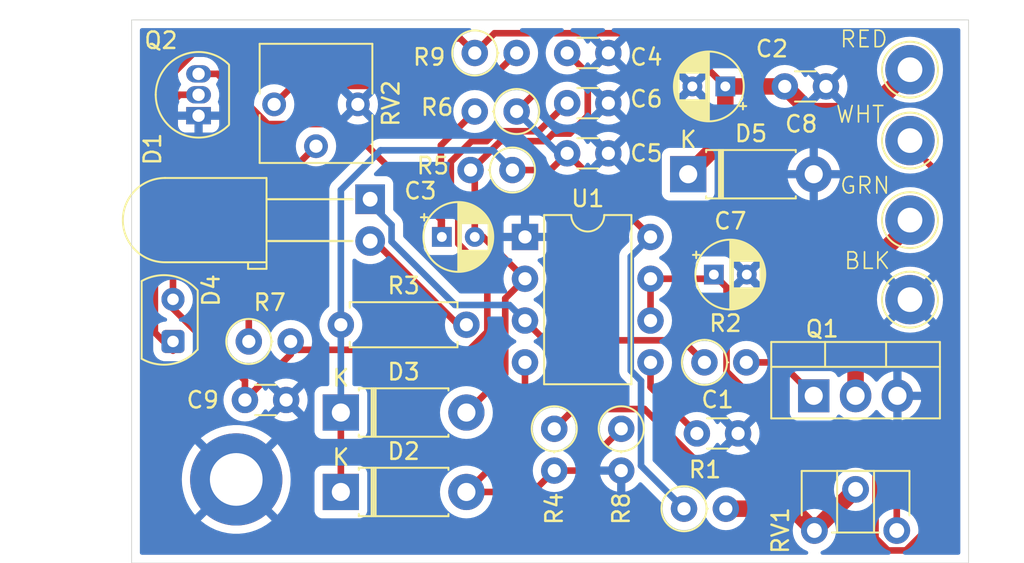
<source format=kicad_pcb>
(kicad_pcb (version 20240108) (generator "pcbnew") (generator_version "8.0")
  (layers (0 "F.Cu" signal) (31 "B.Cu" signal) (34 "B.Paste" user) (35 "F.Paste" user) (36 "B.SilkS" user "B.Silkscreen") (37 "F.SilkS" user "F.Silkscreen") (38 "B.Mask" user) (39 "F.Mask" user) (44 "Edge.Cuts" user))
  (net 0 "")
  (net 1 "Net-(D2-A)")
  (net 2 "Net-(D3-A)")
  (net 3 "Net-(D4-A)")
  (net 4 "GND")
  (net 5 "Net-(Q1-B)")
  (net 6 "Net-(Q2-D)")
  (net 7 "Net-(U1-CV)")
  (net 8 "Net-(D1-K)")
  (net 9 "Net-(U1-DIS)")
  (net 10 "Net-(R1-Pad2)")
  (net 11 "Net-(D1-A)")
  (net 12 "ENABLE")
  (net 13 "+12V")
  (net 14 "OUT")
  (net 15 "Net-(R7-Pad1)")
  (net 16 "Net-(R9-Pad2)")
  (footprint "Resistor_THT:R_Axial_DIN0207_L6.3mm_D2.5mm_P2.54mm_Vertical" (layer "F.Cu") (at 83.566 68.834)
    (property "Reference" "R7" (at 1.27 -2.37 0) (layer "F.SilkS"))
    (property "Value" "1M")
    (pad "1" thru_hole circle (at 0 0) (size 1.6 1.6) (drill 0.8) (layers "*.Cu" "*.Mask") (net 15 "Net-(R7-Pad1)"))
    (pad "2" thru_hole oval (at 2.54 0) (size 1.6 1.6) (drill 0.8) (layers "*.Cu" "*.Mask") (net 3 "Net-(D4-A)"))
  )
  (footprint "Capacitor_THT:C_Disc_D3.0mm_W1.6mm_P2.50mm" (layer "F.Cu") (at 83.332 72.39)
    (property "Reference" "C9" (at -2.56 0 0) (layer "F.SilkS"))
    (property "Value" "470p")
    (pad "1" thru_hole circle (at 0 0) (size 1.6 1.6) (drill 0.8) (layers "*.Cu" "*.Mask") (net 3 "Net-(D4-A)"))
    (pad "2" thru_hole circle (at 2.5 0) (size 1.6 1.6) (drill 0.8) (layers "*.Cu" "*.Mask") (net 4 "GND"))
  )
  (footprint "Resistor_THT:R_Axial_DIN0207_L6.3mm_D2.5mm_P2.54mm_Vertical" (layer "F.Cu") (at 111.223 70.104)
    (property "Reference" "R2" (at 1.27 -2.37 0) (layer "F.SilkS"))
    (property "Value" "100")
    (pad "1" thru_hole circle (at 0 0) (size 1.6 1.6) (drill 0.8) (layers "*.Cu" "*.Mask") (net 8 "Net-(D1-K)"))
    (pad "2" thru_hole oval (at 2.54 0) (size 1.6 1.6) (drill 0.8) (layers "*.Cu" "*.Mask") (net 5 "Net-(Q1-B)"))
  )
  (footprint "OptoDevice:Osram_SFH225" (layer "F.Cu") (at 78.965 68.834 90)
    (property "Reference" "D4" (at 3.103 2.315 90) (layer "F.SilkS"))
    (property "Value" "BPW41N")
    (pad "1" thru_hole roundrect (at 0 0 90) (size 1.4 1.4) (drill 0.7) (layers "*.Cu" "*.Mask") (roundrect_rratio 0.178) (net 13 "+12V"))
    (pad "2" thru_hole circle (at 2.56 0 90) (size 1.4 1.4) (drill 0.7) (layers "*.Cu" "*.Mask") (net 3 "Net-(D4-A)"))
  )
  (footprint "Diode_THT:D_DO-41_SOD81_P7.62mm_Horizontal" (layer "F.Cu") (at 89.154 73.152)
    (property "Reference" "D3" (at 3.81 -2.47 0) (layer "F.SilkS"))
    (property "Value" "SB140")
    (fp_text user "K" (at 0 -2.1 0) (layer "F.SilkS"))
    (pad "1" thru_hole rect (at 0 0) (size 2.2 2.2) (drill 1.1) (layers "*.Cu" "*.Mask") (net 13 "+12V"))
    (pad "2" thru_hole oval (at 7.62 0) (size 2.2 2.2) (drill 1.1) (layers "*.Cu" "*.Mask") (net 2 "Net-(D3-A)"))
  )
  (footprint "Resistor_THT:R_Axial_DIN0207_L6.3mm_D2.5mm_P2.54mm_Vertical" (layer "F.Cu") (at 109.982 78.994)
    (property "Reference" "R1" (at 1.27 -2.37 0) (layer "F.SilkS"))
    (property "Value" "47k")
    (pad "1" thru_hole circle (at 0 0) (size 1.6 1.6) (drill 0.8) (layers "*.Cu" "*.Mask") (net 13 "+12V"))
    (pad "2" thru_hole oval (at 2.54 0) (size 1.6 1.6) (drill 0.8) (layers "*.Cu" "*.Mask") (net 10 "Net-(R1-Pad2)"))
  )
  (footprint "Package_DIP:DIP-8_W7.62mm" (layer "F.Cu") (at 100.33 62.484)
    (property "Reference" "U1" (at 3.81 -2.33 0) (layer "F.SilkS"))
    (property "Value" "NE555D")
    (pad "1" thru_hole rect (at 0 0) (size 1.6 1.6) (drill 0.8) (layers "*.Cu" "*.Mask") (net 4 "GND"))
    (pad "2" thru_hole oval (at 0 2.54) (size 1.6 1.6) (drill 0.8) (layers "*.Cu" "*.Mask") (net 2 "Net-(D3-A)"))
    (pad "3" thru_hole oval (at 0 5.08) (size 1.6 1.6) (drill 0.8) (layers "*.Cu" "*.Mask") (net 8 "Net-(D1-K)"))
    (pad "4" thru_hole oval (at 0 7.62) (size 1.6 1.6) (drill 0.8) (layers "*.Cu" "*.Mask") (net 1 "Net-(D2-A)"))
    (pad "5" thru_hole oval (at 7.62 7.62) (size 1.6 1.6) (drill 0.8) (layers "*.Cu" "*.Mask") (net 7 "Net-(U1-CV)"))
    (pad "6" thru_hole oval (at 7.62 5.08) (size 1.6 1.6) (drill 0.8) (layers "*.Cu" "*.Mask") (net 9 "Net-(U1-DIS)"))
    (pad "7" thru_hole oval (at 7.62 2.54) (size 1.6 1.6) (drill 0.8) (layers "*.Cu" "*.Mask") (net 9 "Net-(U1-DIS)"))
    (pad "8" thru_hole oval (at 7.62 0) (size 1.6 1.6) (drill 0.8) (layers "*.Cu" "*.Mask") (net 13 "+12V"))
  )
  (footprint "Diode_THT:D_DO-41_SOD81_P7.62mm_Horizontal" (layer "F.Cu") (at 110.236 58.674)
    (property "Reference" "D5" (at 3.81 -2.47 360) (layer "F.SilkS"))
    (property "Value" "1N4004")
    (fp_text user "K" (at 0 -2.1 360) (layer "F.SilkS"))
    (pad "1" thru_hole rect (at 0 0) (size 2.2 2.2) (drill 1.1) (layers "*.Cu" "*.Mask") (net 13 "+12V"))
    (pad "2" thru_hole oval (at 7.62 0) (size 2.2 2.2) (drill 1.1) (layers "*.Cu" "*.Mask") (net 4 "GND"))
  )
  (footprint "Capacitor_THT:CP_Radial_D4.0mm_P2.00mm" (layer "F.Cu") (at 95.282 62.484)
    (property "Reference" "C3" (at -1.302 -2.794 0) (layer "F.SilkS"))
    (property "Value" "10u")
    (pad "1" thru_hole rect (at 0 0) (size 1.2 1.2) (drill 0.6) (layers "*.Cu" "*.Mask") (net 6 "Net-(Q2-D)"))
    (pad "2" thru_hole circle (at 2 0) (size 1.2 1.2) (drill 0.6) (layers "*.Cu" "*.Mask") (net 2 "Net-(D3-A)"))
  )
  (footprint "TestPoint:TestPoint_Loop_D2.54mm_Drill1.5mm_Beaded" (layer "F.Cu") (at 123.698 52.324)
    (property "Reference" "H1" (hide yes))
    (property "Value" "MountingHole_Pad")
    (pad "1" thru_hole circle (at 0 0) (size 3 3) (drill 1.5) (layers "*.Cu" "*.Mask") (net 13 "+12V"))
  )
  (footprint "Potentiometer_THT:Potentiometer_Vishay_T73YP_Vertical" (layer "F.Cu") (at 85.105 54.431 -90)
    (property "Reference" "RV2" (at -0.06 -7.09 90) (layer "F.SilkS"))
    (property "Value" "100k")
    (pad "1" thru_hole circle (at 0 0 270) (size 1.44 1.44) (drill 0.8) (layers "*.Cu" "*.Mask") (net 16 "Net-(R9-Pad2)"))
    (pad "2" thru_hole circle (at 2.54 -2.54 270) (size 1.44 1.44) (drill 0.8) (layers "*.Cu" "*.Mask") (net 15 "Net-(R7-Pad1)"))
    (pad "3" thru_hole circle (at 0 -5.08 270) (size 1.44 1.44) (drill 0.8) (layers "*.Cu" "*.Mask") (net 4 "GND"))
  )
  (footprint "Resistor_THT:R_Axial_DIN0207_L6.3mm_D2.5mm_P7.62mm_Horizontal" (layer "F.Cu") (at 89.154 67.818)
    (property "Reference" "R3" (at 3.81 -2.37 0) (layer "F.SilkS"))
    (property "Value" "560")
    (pad "1" thru_hole circle (at 0 0) (size 1.6 1.6) (drill 0.8) (layers "*.Cu" "*.Mask") (net 13 "+12V"))
    (pad "2" thru_hole oval (at 7.62 0) (size 1.6 1.6) (drill 0.8) (layers "*.Cu" "*.Mask") (net 11 "Net-(D1-A)"))
  )
  (footprint "Capacitor_THT:CP_Radial_D4.0mm_P2.00mm" (layer "F.Cu") (at 111.792 64.77)
    (property "Reference" "C7" (at 1 -3.25 0) (layer "F.SilkS"))
    (property "Value" "100u")
    (pad "1" thru_hole rect (at 0 0) (size 1.2 1.2) (drill 0.6) (layers "*.Cu" "*.Mask") (net 9 "Net-(U1-DIS)"))
    (pad "2" thru_hole circle (at 2 0) (size 1.2 1.2) (drill 0.6) (layers "*.Cu" "*.Mask") (net 4 "GND"))
  )
  (footprint "Capacitor_THT:C_Disc_D3.0mm_W1.6mm_P2.50mm" (layer "F.Cu") (at 102.89 51.308)
    (property "Reference" "C4" (at 4.806 0.254 0) (layer "F.SilkS"))
    (property "Value" "10n")
    (pad "1" thru_hole circle (at 0 0) (size 1.6 1.6) (drill 0.8) (layers "*.Cu" "*.Mask") (net 2 "Net-(D3-A)"))
    (pad "2" thru_hole circle (at 2.5 0) (size 1.6 1.6) (drill 0.8) (layers "*.Cu" "*.Mask") (net 4 "GND"))
  )
  (footprint "TestPoint:TestPoint_Loop_D2.54mm_Drill1.5mm_Beaded" (layer "F.Cu") (at 123.698 66.294)
    (property "Reference" "H4" (hide yes))
    (property "Value" "OUT")
    (pad "1" thru_hole circle (at 0 0) (size 3 3) (drill 1.5) (layers "*.Cu" "*.Mask") (net 4 "GND"))
  )
  (footprint "Resistor_THT:R_Axial_DIN0207_L6.3mm_D2.5mm_P2.54mm_Vertical" (layer "F.Cu") (at 106.172 74.139 -90)
    (property "Reference" "R8" (at 4.855 0 90) (layer "F.SilkS"))
    (property "Value" "1k")
    (pad "1" thru_hole circle (at 0 0 270) (size 1.6 1.6) (drill 0.8) (layers "*.Cu" "*.Mask") (net 1 "Net-(D2-A)"))
    (pad "2" thru_hole oval (at 2.54 0 270) (size 1.6 1.6) (drill 0.8) (layers "*.Cu" "*.Mask") (net 4 "GND"))
  )
  (footprint "Capacitor_THT:C_Disc_D3.0mm_W1.6mm_P2.50mm" (layer "F.Cu") (at 102.89 57.404)
    (property "Reference" "C5" (at 4.806 0 0) (layer "F.SilkS"))
    (property "Value" "100n")
    (pad "1" thru_hole circle (at 0 0) (size 1.6 1.6) (drill 0.8) (layers "*.Cu" "*.Mask") (net 13 "+12V"))
    (pad "2" thru_hole circle (at 2.5 0) (size 1.6 1.6) (drill 0.8) (layers "*.Cu" "*.Mask") (net 4 "GND"))
  )
  (footprint "Capacitor_THT:C_Disc_D3.0mm_W1.6mm_P2.50mm" (layer "F.Cu") (at 110.764 74.422)
    (property "Reference" "C1" (at 1.25 -2.05 0) (layer "F.SilkS"))
    (property "Value" "10n")
    (pad "1" thru_hole circle (at 0 0) (size 1.6 1.6) (drill 0.8) (layers "*.Cu" "*.Mask") (net 7 "Net-(U1-CV)"))
    (pad "2" thru_hole circle (at 2.5 0) (size 1.6 1.6) (drill 0.8) (layers "*.Cu" "*.Mask") (net 4 "GND"))
  )
  (footprint "TestPoint:TestPoint_Loop_D2.54mm_Drill1.5mm_Beaded" (layer "F.Cu") (at 123.698 61.462332)
    (property "Reference" "H3" (hide yes))
    (property "Value" "OUT")
    (pad "1" thru_hole circle (at 0 0) (size 3 3) (drill 1.5) (layers "*.Cu" "*.Mask") (net 14 "OUT"))
  )
  (footprint "Package_TO_SOT_THT:TO-220-3_Vertical" (layer "F.Cu") (at 117.856 72.136)
    (property "Reference" "Q1" (at 0.508 -4.064 0) (layer "F.SilkS"))
    (property "Value" "TIP41")
    (pad "1" thru_hole rect (at 0 0) (size 1.905 2) (drill 1.1) (layers "*.Cu" "*.Mask") (net 5 "Net-(Q1-B)"))
    (pad "2" thru_hole oval (at 2.54 0) (size 1.905 2) (drill 1.1) (layers "*.Cu" "*.Mask") (net 14 "OUT"))
    (pad "3" thru_hole oval (at 5.08 0) (size 1.905 2) (drill 1.1) (layers "*.Cu" "*.Mask") (net 4 "GND"))
  )
  (footprint "Package_TO_SOT_THT:TO-92_Inline" (layer "F.Cu") (at 80.518 55.118 90)
    (property "Reference" "Q2" (at 4.572 -2.286 180) (layer "F.SilkS"))
    (property "Value" "2N7000")
    (pad "1" thru_hole rect (at 0 0 90) (size 1.05 1.5) (drill 0.75) (layers "*.Cu" "*.Mask") (net 4 "GND"))
    (pad "2" thru_hole oval (at 1.27 0 90) (size 1.05 1.5) (drill 0.75) (layers "*.Cu" "*.Mask") (net 3 "Net-(D4-A)"))
    (pad "3" thru_hole oval (at 2.54 0 90) (size 1.05 1.5) (drill 0.75) (layers "*.Cu" "*.Mask") (net 6 "Net-(Q2-D)"))
  )
  (footprint "Resistor_THT:R_Axial_DIN0207_L6.3mm_D2.5mm_P2.54mm_Vertical" (layer "F.Cu") (at 97.282 51.308)
    (property "Reference" "R9" (at -2.765 0.254 0) (layer "F.SilkS"))
    (property "Value" "47k")
    (pad "1" thru_hole circle (at 0 0) (size 1.6 1.6) (drill 0.8) (layers "*.Cu" "*.Mask") (net 13 "+12V"))
    (pad "2" thru_hole oval (at 2.54 0) (size 1.6 1.6) (drill 0.8) (layers "*.Cu" "*.Mask") (net 16 "Net-(R9-Pad2)"))
  )
  (footprint "Capacitor_THT:CP_Radial_D4.0mm_P2.00mm" (layer "F.Cu") (at 112.49 53.34 180)
    (property "Reference" "C2" (at -2.826 2.286 360) (layer "F.SilkS"))
    (property "Value" "100u")
    (pad "1" thru_hole rect (at 0 0 180) (size 1.2 1.2) (drill 0.6) (layers "*.Cu" "*.Mask") (net 13 "+12V"))
    (pad "2" thru_hole circle (at 2 0 180) (size 1.2 1.2) (drill 0.6) (layers "*.Cu" "*.Mask") (net 4 "GND"))
  )
  (footprint "MountingHole:MountingHole_3.2mm_M3_DIN965_Pad" (layer "F.Cu") (at 82.804 77.216)
    (property "Reference" "REF**" (hide yes))
    (property "Value" "MountingHole_3.2mm_M3_DIN965_Pad")
    (pad "1" thru_hole circle (at 0 0) (size 5.6 5.6) (drill 3.2) (layers "*.Cu" "*.Mask") (net 4 "GND"))
  )
  (footprint "Resistor_THT:R_Axial_DIN0207_L6.3mm_D2.5mm_P2.54mm_Vertical" (layer "F.Cu") (at 99.822 54.864 180)
    (property "Reference" "R6" (at 4.826 0.254 360) (layer "F.SilkS"))
    (property "Value" "4.7k")
    (pad "1" thru_hole circle (at 0 0 180) (size 1.6 1.6) (drill 0.8) (layers "*.Cu" "*.Mask") (net 13 "+12V"))
    (pad "2" thru_hole oval (at 2.54 0 180) (size 1.6 1.6) (drill 0.8) (layers "*.Cu" "*.Mask") (net 6 "Net-(Q2-D)"))
  )
  (footprint "Diode_THT:D_DO-41_SOD81_P7.62mm_Horizontal" (layer "F.Cu") (at 89.154 77.978)
    (property "Reference" "D2" (at 3.81 -2.47 0) (layer "F.SilkS"))
    (property "Value" "SB140")
    (fp_text user "K" (at 0 -2.1 0) (layer "F.SilkS"))
    (pad "1" thru_hole rect (at 0 0) (size 2.2 2.2) (drill 1.1) (layers "*.Cu" "*.Mask") (net 13 "+12V"))
    (pad "2" thru_hole oval (at 7.62 0) (size 2.2 2.2) (drill 1.1) (layers "*.Cu" "*.Mask") (net 1 "Net-(D2-A)"))
  )
  (footprint "Resistor_THT:R_Axial_DIN0207_L6.3mm_D2.5mm_P2.54mm_Vertical" (layer "F.Cu") (at 102.108 74.139 -90)
    (property "Reference" "R4" (at 4.855 0 -90) (layer "F.SilkS"))
    (property "Value" "100")
    (pad "1" thru_hole circle (at 0 0 270) (size 1.6 1.6) (drill 0.8) (layers "*.Cu" "*.Mask") (net 12 "ENABLE"))
    (pad "2" thru_hole oval (at 2.54 0 270) (size 1.6 1.6) (drill 0.8) (layers "*.Cu" "*.Mask") (net 1 "Net-(D2-A)"))
  )
  (footprint "Resistor_THT:R_Axial_DIN0207_L6.3mm_D2.5mm_P2.54mm_Vertical" (layer "F.Cu") (at 99.568 58.42 180)
    (property "Reference" "R5" (at 4.826 0.254 360) (layer "F.SilkS"))
    (property "Value" "10k")
    (pad "1" thru_hole circle (at 0 0 180) (size 1.6 1.6) (drill 0.8) (layers "*.Cu" "*.Mask") (net 13 "+12V"))
    (pad "2" thru_hole oval (at 2.54 0 180) (size 1.6 1.6) (drill 0.8) (layers "*.Cu" "*.Mask") (net 2 "Net-(D3-A)"))
  )
  (footprint "Capacitor_THT:C_Disc_D3.0mm_W1.6mm_P2.50mm" (layer "F.Cu") (at 116.098 53.34)
    (property "Reference" "C8" (at 0.996 2.286 360) (layer "F.SilkS"))
    (property "Value" "100n")
    (pad "1" thru_hole circle (at 0 0) (size 1.6 1.6) (drill 0.8) (layers "*.Cu" "*.Mask") (net 13 "+12V"))
    (pad "2" thru_hole circle (at 2.5 0) (size 1.6 1.6) (drill 0.8) (layers "*.Cu" "*.Mask") (net 4 "GND"))
  )
  (footprint "Potentiometer_THT:Potentiometer_Piher_PT-6-H_Horizontal" (layer "F.Cu") (at 117.896 80.319 90)
    (property "Reference" "RV1" (at 0 -2.06 90) (layer "F.SilkS"))
    (property "Value" "50k")
    (pad "1" thru_hole circle (at 0 0 90) (size 1.62 1.62) (drill 0.9) (layers "*.Cu" "*.Mask") (net 10 "Net-(R1-Pad2)"))
    (pad "2" thru_hole circle (at 2.5 2.5 90) (size 1.62 1.62) (drill 0.9) (layers "*.Cu" "*.Mask") (net 10 "Net-(R1-Pad2)"))
    (pad "3" thru_hole circle (at 0 5 90) (size 1.62 1.62) (drill 0.9) (layers "*.Cu" "*.Mask") (net 9 "Net-(U1-DIS)"))
  )
  (footprint "Capacitor_THT:C_Disc_D3.0mm_W1.6mm_P2.50mm" (layer "F.Cu") (at 102.89 54.356)
    (property "Reference" "C6" (at 4.806 -0.254 0) (layer "F.SilkS"))
    (property "Value" "1n")
    (pad "1" thru_hole circle (at 0 0) (size 1.6 1.6) (drill 0.8) (layers "*.Cu" "*.Mask") (net 3 "Net-(D4-A)"))
    (pad "2" thru_hole circle (at 2.5 0) (size 1.6 1.6) (drill 0.8) (layers "*.Cu" "*.Mask") (net 4 "GND"))
  )
  (footprint "LED_THT:LED_D5.0mm_Horizontal_O6.35mm_Z15.0mm" (layer "F.Cu") (at 90.932 60.193 -90)
    (property "Reference" "D1" (at -3.048 13.208 90) (layer "F.SilkS"))
    (property "Value" "LED")
    (pad "1" thru_hole rect (at 0 0 270) (size 1.8 1.8) (drill 0.9) (layers "*.Cu" "*.Mask") (net 8 "Net-(D1-K)"))
    (pad "2" thru_hole circle (at 2.54 0 270) (size 1.8 1.8) (drill 0.9) (layers "*.Cu" "*.Mask") (net 11 "Net-(D1-A)"))
  )
  (footprint "TestPoint:TestPoint_Loop_D2.54mm_Drill1.5mm_Beaded" (layer "F.Cu") (at 123.698 56.630666)
    (property "Reference" "H2" (hide yes))
    (property "Value" "MountingHole_Pad")
    (pad "1" thru_hole circle (at 0 0) (size 3 3) (drill 1.5) (layers "*.Cu" "*.Mask") (net 12 "ENABLE"))
  )
  (gr_rect (start 76.454 49.296) (end 127.254 82.296) (stroke (width 0.05)) (fill none) (layer "Edge.Cuts"))
  (gr_text "BLK" (at 119.634 64.516 0) (layer "F.SilkS") (effects (font (size 1 1) (thickness 0.1)) (justify left bottom)))
  (gr_text "RED" (at 119.38 51.054 0) (layer "F.SilkS") (effects (font (size 1 1) (thickness 0.1)) (justify left bottom)))
  (gr_text "WHT" (at 119.126 55.626 0) (layer "F.SilkS") (effects (font (size 1 1) (thickness 0.1)) (justify left bottom)))
  (gr_text "GRN" (at 119.38 59.944 0) (layer "F.SilkS") (effects (font (size 1 1) (thickness 0.1)) (justify left bottom)))
  (segment (start 100.33 74.422) (end 100.33 70.104) (width 0.4) (layer "F.Cu") (net 1))
  (segment (start 100.809 77.978) (end 102.108 76.679) (width 0.4) (layer "F.Cu") (net 1))
  (segment (start 103.632 76.679) (end 106.172 74.139) (width 0.4) (layer "F.Cu") (net 1))
  (segment (start 96.774 77.978) (end 100.809 77.978) (width 0.4) (layer "F.Cu") (net 1))
  (segment (start 96.774 77.978) (end 100.33 74.422) (width 0.4) (layer "F.Cu") (net 1))
  (segment (start 102.108 76.679) (end 103.632 76.679) (width 0.4) (layer "F.Cu") (net 1))
  (segment (start 97.091113 58.42) (end 97.028 58.42) (width 0.4) (layer "F.Cu") (net 2))
  (segment (start 98.847113 56.664) (end 97.091113 58.42) (width 0.4) (layer "F.Cu") (net 2))
  (segment (start 97.282 62.484) (end 97.79 62.484) (width 0.4) (layer "F.Cu") (net 2))
  (segment (start 101.578 56.664) (end 98.847113 56.664) (width 0.4) (layer "F.Cu") (net 2))
  (segment (start 97.282 58.674) (end 97.028 58.42) (width 0.4) (layer "F.Cu") (net 2))
  (segment (start 102.89 51.308) (end 104.14 52.558) (width 0.4) (layer "F.Cu") (net 2))
  (segment (start 103.054001 56.204) (end 102.038 56.204) (width 0.4) (layer "F.Cu") (net 2))
  (segment (start 102.038 56.204) (end 101.578 56.664) (width 0.4) (layer "F.Cu") (net 2))
  (segment (start 104.14 55.118001) (end 103.054001 56.204) (width 0.4) (layer "F.Cu") (net 2))
  (segment (start 97.282 62.484) (end 97.282 58.674) (width 0.4) (layer "F.Cu") (net 2))
  (segment (start 99.13 70.796) (end 99.13 66.224) (width 0.4) (layer "F.Cu") (net 2))
  (segment (start 104.14 52.558) (end 104.14 55.118001) (width 0.4) (layer "F.Cu") (net 2))
  (segment (start 99.13 66.224) (end 100.33 65.024) (width 0.4) (layer "F.Cu") (net 2))
  (segment (start 97.79 62.484) (end 100.33 65.024) (width 0.4) (layer "F.Cu") (net 2))
  (segment (start 96.774 73.152) (end 99.13 70.796) (width 0.4) (layer "F.Cu") (net 2))
  (segment (start 98.044 68.245057) (end 98.044 64.660214) (width 0.4) (layer "F.Cu") (net 3))
  (segment (start 83.332 72.39) (end 86.106 69.616) (width 0.4) (layer "F.Cu") (net 3))
  (segment (start 83.332 72.39) (end 83.332 71.204) (width 0.4) (layer "F.Cu") (net 3))
  (segment (start 101.162 56.064) (end 102.87 54.356) (width 0.4) (layer "F.Cu") (net 3))
  (segment (start 102.87 54.356) (end 102.89 54.356) (width 0.4) (layer "F.Cu") (net 3))
  (segment (start 86.614 69.342) (end 96.947057 69.342) (width 0.4) (layer "F.Cu") (net 3))
  (segment (start 95.828 60.409057) (end 95.828 57.922943) (width 0.4) (layer "F.Cu") (net 3))
  (segment (start 96.282 62.898214) (end 96.282 60.863057) (width 0.4) (layer "F.Cu") (net 3))
  (segment (start 97.086943 56.664) (end 97.998585 56.664) (width 0.4) (layer "F.Cu") (net 3))
  (segment (start 78.965 66.837) (end 78.965 54.251) (width 0.4) (layer "F.Cu") (net 3))
  (segment (start 98.044 64.660214) (end 96.282 62.898214) (width 0.4) (layer "F.Cu") (net 3))
  (segment (start 96.282 60.863057) (end 95.828 60.409057) (width 0.4) (layer "F.Cu") (net 3))
  (segment (start 78.965 54.251) (end 79.368 53.848) (width 0.4) (layer "F.Cu") (net 3))
  (segment (start 97.998585 56.664) (end 98.598585 56.064) (width 0.4) (layer "F.Cu") (net 3))
  (segment (start 96.947057 69.342) (end 98.044 68.245057) (width 0.4) (layer "F.Cu") (net 3))
  (segment (start 95.828 57.922943) (end 97.086943 56.664) (width 0.4) (layer "F.Cu") (net 3))
  (segment (start 86.106 69.616) (end 86.106 68.834) (width 0.4) (layer "F.Cu") (net 3))
  (segment (start 79.368 53.848) (end 80.518 53.848) (width 0.4) (layer "F.Cu") (net 3))
  (segment (start 86.106 68.834) (end 86.614 69.342) (width 0.4) (layer "F.Cu") (net 3))
  (segment (start 83.332 71.204) (end 78.965 66.837) (width 0.4) (layer "F.Cu") (net 3))
  (segment (start 98.598585 56.064) (end 101.162 56.064) (width 0.4) (layer "F.Cu") (net 3))
  (segment (start 115.824 70.104) (end 117.856 72.136) (width 0.4) (layer "F.Cu") (net 5))
  (segment (start 113.763 70.104) (end 115.824 70.104) (width 0.4) (layer "F.Cu") (net 5))
  (segment (start 84.716 55.626) (end 89.424 55.626) (width 0.4) (layer "F.Cu") (net 6))
  (segment (start 95.228 62.43) (end 95.228 56.918) (width 0.4) (layer "F.Cu") (net 6))
  (segment (start 95.282 61.484) (end 95.282 62.484) (width 0.4) (layer "F.Cu") (net 6))
  (segment (start 95.228 56.918) (end 97.282 54.864) (width 0.4) (layer "F.Cu") (net 6))
  (segment (start 89.424 55.626) (end 95.282 61.484) (width 0.4) (layer "F.Cu") (net 6))
  (segment (start 95.282 62.484) (end 95.228 62.43) (width 0.4) (layer "F.Cu") (net 6))
  (segment (start 81.668 52.578) (end 84.716 55.626) (width 0.4) (layer "F.Cu") (net 6))
  (segment (start 80.518 52.578) (end 81.668 52.578) (width 0.4) (layer "F.Cu") (net 6))
  (segment (start 107.95 71.608) (end 110.764 74.422) (width 0.4) (layer "F.Cu") (net 7))
  (segment (start 107.95 70.104) (end 107.95 71.608) (width 0.4) (layer "F.Cu") (net 7))
  (segment (start 101.53 68.764) (end 100.33 67.564) (width 0.4) (layer "F.Cu") (net 8))
  (segment (start 109.883 68.764) (end 101.53 68.764) (width 0.4) (layer "F.Cu") (net 8))
  (segment (start 111.223 70.104) (end 109.883 68.764) (width 0.4) (layer "F.Cu") (net 8))
  (segment (start 96.082 66.618) (end 99.384 66.618) (width 0.4) (layer "B.Cu") (net 8))
  (segment (start 92.232 62.768) (end 96.082 66.618) (width 0.4) (layer "B.Cu") (net 8))
  (segment (start 92.232 61.752) (end 92.232 62.768) (width 0.4) (layer "B.Cu") (net 8))
  (segment (start 90.932 60.452) (end 92.232 61.752) (width 0.4) (layer "B.Cu") (net 8))
  (segment (start 99.384 66.618) (end 100.33 67.564) (width 0.4) (layer "B.Cu") (net 8))
  (segment (start 107.95 65.024) (end 111.538 65.024) (width 0.4) (layer "F.Cu") (net 9))
  (segment (start 121.032269 74.939294) (end 122.896 76.803025) (width 0.4) (layer "F.Cu") (net 9))
  (segment (start 111.792 64.77) (end 112.563 65.541) (width 0.4) (layer "F.Cu") (net 9))
  (segment (start 116.849294 74.939294) (end 121.032269 74.939294) (width 0.4) (layer "F.Cu") (net 9))
  (segment (start 122.896 76.803025) (end 122.896 80.319) (width 0.4) (layer "F.Cu") (net 9))
  (segment (start 107.95 67.564) (end 107.95 65.024) (width 0.4) (layer "F.Cu") (net 9))
  (segment (start 112.563 70.653) (end 116.849294 74.939294) (width 0.4) (layer "F.Cu") (net 9))
  (segment (start 111.538 65.024) (end 111.792 64.77) (width 0.4) (layer "F.Cu") (net 9))
  (segment (start 112.563 65.541) (end 112.563 70.653) (width 0.4) (layer "F.Cu") (net 9))
  (segment (start 120.396 77.819) (end 117.896 80.319) (width 1) (layer "F.Cu") (net 10))
  (segment (start 116.571 78.994) (end 117.896 80.319) (width 1) (layer "F.Cu") (net 10))
  (segment (start 112.522 78.994) (end 116.571 78.994) (width 1) (layer "F.Cu") (net 10))
  (segment (start 90.932 62.992) (end 91.44 62.992) (width 0.4) (layer "F.Cu") (net 11))
  (segment (start 91.44 62.992) (end 96.266 67.818) (width 0.4) (layer "F.Cu") (net 11))
  (segment (start 96.266 67.818) (end 96.774 67.818) (width 0.4) (layer "F.Cu") (net 11))
  (segment (start 123.449 81.529) (end 126.238 78.74) (width 0.4) (layer "F.Cu") (net 12))
  (segment (start 121.606 76.749776) (end 121.606 80.774) (width 0.4) (layer "F.Cu") (net 12))
  (segment (start 103.308 72.939) (end 107.583943 72.939) (width 0.4) (layer "F.Cu") (net 12))
  (segment (start 126.238 59.436) (end 124.714 57.912) (width 0.4) (layer "F.Cu") (net 12))
  (segment (start 102.108 74.139) (end 103.308 72.939) (width 0.4) (layer "F.Cu") (net 12))
  (segment (start 126.238 78.74) (end 126.238 59.436) (width 0.4) (layer "F.Cu") (net 12))
  (segment (start 107.583943 72.939) (end 110.732943 76.088) (width 0.4) (layer "F.Cu") (net 12))
  (segment (start 120.944224 76.088) (end 121.606 76.749776) (width 0.4) (layer "F.Cu") (net 12))
  (segment (start 122.361 81.529) (end 123.449 81.529) (width 0.4) (layer "F.Cu") (net 12))
  (segment (start 121.606 80.774) (end 122.361 81.529) (width 0.4) (layer "F.Cu") (net 12))
  (segment (start 110.732943 76.088) (end 120.944224 76.088) (width 0.4) (layer "F.Cu") (net 12))
  (segment (start 101.346 53.34) (end 101.346 50.108) (width 0.4) (layer "F.Cu") (net 13))
  (segment (start 112.49 53.34) (end 112.49 56.42) (width 1) (layer "F.Cu") (net 13))
  (segment (start 99.568 58.42) (end 101.874 58.42) (width 0.4) (layer "F.Cu") (net 13))
  (segment (start 112.49 56.42) (end 110.236 58.674) (width 1) (layer "F.Cu") (net 13))
  (segment (start 117.598 54.84) (end 116.098 53.34) (width 1) (layer "F.Cu") (net 13))
  (segment (start 116.098 53.34) (end 112.49 53.34) (width 1) (layer "F.Cu") (net 13))
  (segment (start 101.874 58.42) (end 102.89 57.404) (width 0.4) (layer "F.Cu") (net 13))
  (segment (start 121.182 54.84) (end 117.598 54.84) (width 1) (layer "F.Cu") (net 13))
  (segment (start 123.698 52.324) (end 122.198 53.824) (width 1) (layer "F.Cu") (net 13))
  (segment (start 77.865 53.665) (end 81.103 50.427) (width 0.4) (layer "F.Cu") (net 13))
  (segment (start 101.346 50.108) (end 109.258 50.108) (width 0.4) (layer "F.Cu") (net 13))
  (segment (start 122.198 53.824) (end 121.182 54.84) (width 1) (layer "F.Cu") (net 13))
  (segment (start 97.282 51.308) (end 98.482 50.108) (width 0.4) (layer "F.Cu") (net 13))
  (segment (start 96.401 50.427) (end 97.282 51.308) (width 0.4) (layer "F.Cu") (net 13))
  (segment (start 98.482 50.108) (end 101.346 50.108) (width 0.4) (layer "F.Cu") (net 13))
  (segment (start 78.965 69.397) (end 77.865 68.297) (width 0.4) (layer "F.Cu") (net 13))
  (segment (start 109.258 50.108) (end 112.49 53.34) (width 0.4) (layer "F.Cu") (net 13))
  (segment (start 77.865 68.297) (end 77.865 53.665) (width 0.4) (layer "F.Cu") (net 13))
  (segment (start 99.822 54.864) (end 101.346 53.34) (width 0.4) (layer "F.Cu") (net 13))
  (segment (start 107.95 62.464) (end 107.95 62.484) (width 0.4) (layer "F.Cu") (net 13))
  (segment (start 102.89 57.404) (end 107.95 62.464) (width 0.4) (layer "F.Cu") (net 13))
  (segment (start 89.154 73.152) (end 89.154 77.978) (width 0.4) (layer "F.Cu") (net 13))
  (segment (start 81.103 50.427) (end 96.401 50.427) (width 0.4) (layer "F.Cu") (net 13))
  (segment (start 89.154 67.818) (end 89.154 59.63) (width 0.4) (layer "B.Cu") (net 13))
  (segment (start 109.982 78.994) (end 107.372 76.384) (width 0.4) (layer "B.Cu") (net 13))
  (segment (start 89.154 73.152) (end 89.154 67.818) (width 0.4) (layer "B.Cu") (net 13))
  (segment (start 91.564 57.22) (end 98.368 57.22) (width 0.4) (layer "B.Cu") (net 13))
  (segment (start 106.75 63.684) (end 107.95 62.484) (width 0.4) (layer "B.Cu") (net 13))
  (segment (start 106.75 70.601057) (end 106.75 63.684) (width 0.4) (layer "B.Cu") (net 13))
  (segment (start 89.154 59.63) (end 91.564 57.22) (width 0.4) (layer "B.Cu") (net 13))
  (segment (start 99.822 54.864) (end 102.362 57.404) (width 0.4) (layer "B.Cu") (net 13))
  (segment (start 107.372 76.384) (end 107.372 71.223057) (width 0.4) (layer "B.Cu") (net 13))
  (segment (start 98.368 57.22) (end 99.568 58.42) (width 0.4) (layer "B.Cu") (net 13))
  (segment (start 107.372 71.223057) (end 106.75 70.601057) (width 0.4) (layer "B.Cu") (net 13))
  (segment (start 102.362 57.404) (end 102.89 57.404) (width 0.4) (layer "B.Cu") (net 13))
  (segment (start 120.396 65.024) (end 123.698 61.722) (width 1) (layer "F.Cu") (net 14))
  (segment (start 120.396 72.136) (end 120.396 65.024) (width 1) (layer "F.Cu") (net 14))
  (segment (start 83.566 61.05) (end 87.645 56.971) (width 0.4) (layer "F.Cu") (net 15))
  (segment (start 83.566 68.834) (end 83.566 61.05) (width 0.4) (layer "F.Cu") (net 15))
  (segment (start 97.79 53.34) (end 99.822 51.308) (width 0.4) (layer "F.Cu") (net 16))
  (segment (start 86.225 53.311) (end 94.002943 53.311) (width 0.4) (layer "F.Cu") (net 16))
  (segment (start 94.031943 53.34) (end 97.79 53.34) (width 0.4) (layer "F.Cu") (net 16))
  (segment (start 94.002943 53.311) (end 94.031943 53.34) (width 0.4) (layer "F.Cu") (net 16))
  (segment (start 85.105 54.431) (end 86.225 53.311) (width 0.4) (layer "F.Cu") (net 16))
  (zone (net 4) (net_name "GND") (layer "B.Cu") (connect_pads (clearance 0.5)) (min_thickness 0.25) (fill yes (thermal_gap 0.5) (thermal_bridge_width 0.5))
    (polygon (pts (xy 76.454 49.022) (xy 127.254 49.022) (xy 127.254 82.296) (xy 76.454 82.296)))
  )
)
</source>
